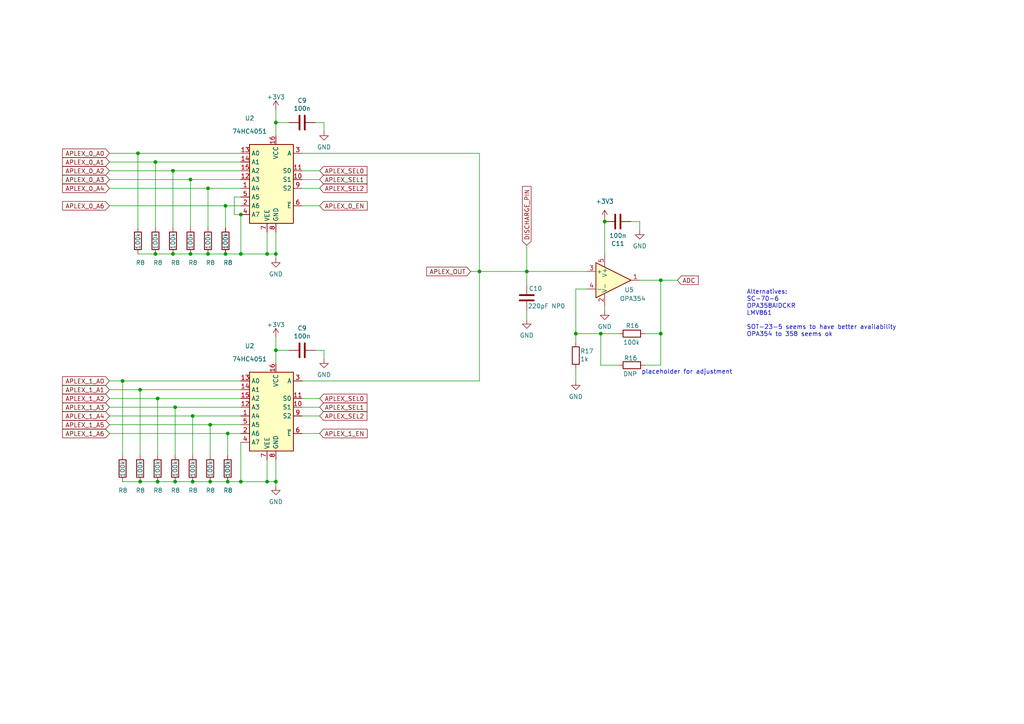
<source format=kicad_sch>
(kicad_sch (version 20230121) (generator eeschema)
  (paper "A4")
  (title_block (title "capybully") (date "2023-07-18") (rev "0.1") (company "sporkus"))
  (lib_symbols
    (symbol "74xx:74HC4051"
      (property "Reference" "U" (at -5.08 11.43 0))
      (property "Value" "74HC4051" (at -7.62 -13.97 0))
      (symbol "74HC4051_0_1"
        (rectangle (start -5.08 10.16) (end 7.62 -12.7) (stroke (width 0.254)) (fill (type background)))
      )
      (symbol "74HC4051_1_1"
        (pin passive line (at 10.16 -2.54 180) (length 2.54) (name "A4") (number "1"))
        (pin input line (at -7.62 0 0) (length 2.54) (name "S1") (number "10"))
        (pin input line (at -7.62 2.54 0) (length 2.54) (name "S0") (number "11"))
        (pin passive line (at 10.16 0 180) (length 2.54) (name "A3") (number "12"))
        (pin passive line (at 10.16 7.62 180) (length 2.54) (name "A0") (number "13"))
        (pin passive line (at 10.16 5.08 180) (length 2.54) (name "A1") (number "14"))
        (pin passive line (at 10.16 2.54 180) (length 2.54) (name "A2") (number "15"))
        (pin power_in line (at 0 12.7 270) (length 2.54) (name "VCC") (number "16"))
        (pin passive line (at 10.16 -7.62 180) (length 2.54) (name "A6") (number "2"))
        (pin passive line (at -7.62 7.62 0) (length 2.54) (name "A") (number "3"))
        (pin passive line (at 10.16 -10.16 180) (length 2.54) (name "A7") (number "4"))
        (pin passive line (at 10.16 -5.08 180) (length 2.54) (name "A5") (number "5"))
        (pin input line (at -7.62 -7.62 0) (length 2.54) (name "~{E}") (number "6"))
        (pin power_in line (at 2.54 -15.24 90) (length 2.54) (name "VEE") (number "7"))
        (pin power_in line (at 0 -15.24 90) (length 2.54) (name "GND") (number "8"))
        (pin input line (at -7.62 -2.54 0) (length 2.54) (name "S2") (number "9"))
      )
    )
    (symbol "Amplifier_Operational:OPA340NA" (pin_names (offset 0.127))
      (property "Reference" "U" (at -1.27 6.35 0))
      (property "Value" "OPA340NA" (at -1.27 3.81 0))
      (symbol "OPA340NA_0_1"
        (polyline (pts (xy -5.08 5.08) (xy 5.08 0) (xy -5.08 -5.08) (xy -5.08 5.08)) (stroke (width 0.254)) (fill (type background)))
        (pin power_in line (at -2.54 -7.62 90) (length 3.81) (name "V-") (number "2"))
        (pin power_in line (at -2.54 7.62 270) (length 3.81) (name "V+") (number "5"))
      )
      (symbol "OPA340NA_1_1"
        (pin output line (at 7.62 0 180) (length 2.54) (name "~") (number "1"))
        (pin input line (at -7.62 2.54 0) (length 2.54) (name "+") (number "3"))
        (pin input line (at -7.62 -2.54 0) (length 2.54) (name "-") (number "4"))
      )
    )
    (symbol "Device:C" (pin_numbers hide) (pin_names (offset 0.254))
      (property "Reference" "C" (at 0.635 2.54 0))
      (property "Value" "C" (at 0.635 -2.54 0))
      (symbol "C_0_1"
        (polyline (pts (xy -2.032 -0.762) (xy 2.032 -0.762)) (stroke (width 0.508)))
        (polyline (pts (xy -2.032 0.762) (xy 2.032 0.762)) (stroke (width 0.508)))
      )
      (symbol "C_1_1"
        (pin passive line (at 0 3.81 270) (length 2.794) (name "~") (number "1"))
        (pin passive line (at 0 -3.81 90) (length 2.794) (name "~") (number "2"))
      )
    )
    (symbol "Device:R" (pin_numbers hide) (pin_names (offset 0))
      (property "Reference" "R" (at 2.032 0 90))
      (property "Value" "R" (at 0 0 90))
      (symbol "R_0_1"
        (rectangle (start -1.016 -2.54) (end 1.016 2.54) (stroke (width 0.254)))
      )
      (symbol "R_1_1"
        (pin passive line (at 0 3.81 270) (length 1.27) (name "~") (number "1"))
        (pin passive line (at 0 -3.81 90) (length 1.27) (name "~") (number "2"))
      )
    )
    (symbol "power:+3.3V" (power) (pin_names (offset 0))
      (property "Value" "+3.3V" (at 0 3.556 0))
      (symbol "+3.3V_0_1"
        (polyline (pts (xy -0.762 1.27) (xy 0 2.54)))
        (polyline (pts (xy 0 0) (xy 0 2.54)))
        (polyline (pts (xy 0 2.54) (xy 0.762 1.27)))
      )
      (symbol "+3.3V_1_1"
        (pin power_in line (at 0 0 90) (length 0) hide (name "+3V3") (number "1"))
      )
    )
    (symbol "power:GND" (power) (pin_names (offset 0))
      (property "Value" "GND" (at 0 -3.81 0))
      (symbol "GND_0_1"
        (polyline (pts (xy 0 0) (xy 0 -1.27) (xy 1.27 -1.27) (xy 0 -2.54) (xy -1.27 -1.27) (xy 0 -1.27)))
      )
      (symbol "GND_1_1"
        (pin power_in line (at 0 0 270) (length 0) hide (name "GND") (number "1"))
      )
    )
  )
  (junction (at 80.01 139.7))
  (junction (at 50.165 73.66))
  (junction (at 152.781 78.74))
  (junction (at 45.72 139.7))
  (junction (at 60.325 73.66))
  (junction (at 191.643 96.774))
  (junction (at 80.01 35.56))
  (junction (at 55.245 52.07))
  (junction (at 65.405 59.69))
  (junction (at 174.244 96.774))
  (junction (at 69.85 62.23))
  (junction (at 80.01 101.6))
  (junction (at 60.96 123.19))
  (junction (at 50.8 118.11))
  (junction (at 69.85 139.7))
  (junction (at 69.85 73.66))
  (junction (at 55.88 139.7))
  (junction (at 45.085 46.99))
  (junction (at 45.085 73.66))
  (junction (at 40.005 44.45))
  (junction (at 77.47 73.66))
  (junction (at 60.325 54.61))
  (junction (at 55.88 120.65))
  (junction (at 50.8 139.7))
  (junction (at 191.643 81.28))
  (junction (at 66.04 125.73))
  (junction (at 55.245 73.66))
  (junction (at 40.64 139.7))
  (junction (at 40.64 113.03))
  (junction (at 50.165 49.53))
  (junction (at 77.47 139.7))
  (junction (at 80.01 73.66))
  (junction (at 35.56 110.49))
  (junction (at 60.96 139.7))
  (junction (at 167.005 96.774))
  (junction (at 139.065 78.74))
  (junction (at 66.04 139.7))
  (junction (at 45.72 115.57))
  (junction (at 65.405 73.66))
  (junction (at 175.387 64.262))
  (wire (pts (xy 69.85 62.23) (xy 69.85 73.66)))
  (wire (pts (xy 31.75 46.99) (xy 45.085 46.99)))
  (wire (pts (xy 167.005 96.774) (xy 167.005 99.314)))
  (wire (pts (xy 183.007 64.262) (xy 185.547 64.262)))
  (wire (pts (xy 55.245 52.07) (xy 55.245 66.04)))
  (wire (pts (xy 152.781 71.12) (xy 152.781 78.74)))
  (wire (pts (xy 45.085 46.99) (xy 69.85 46.99)))
  (wire (pts (xy 152.781 78.74) (xy 152.781 82.55)))
  (wire (pts (xy 77.47 73.66) (xy 80.01 73.66)))
  (wire (pts (xy 60.325 54.61) (xy 69.85 54.61)))
  (wire (pts (xy 92.71 59.69) (xy 87.63 59.69)))
  (wire (pts (xy 67.945 62.23) (xy 69.85 62.23)))
  (wire (pts (xy 65.405 59.69) (xy 65.405 66.04)))
  (wire (pts (xy 93.98 101.6) (xy 93.98 104.14)))
  (wire (pts (xy 174.244 105.918) (xy 174.244 96.774)))
  (wire (pts (xy 87.63 52.07) (xy 92.71 52.07)))
  (wire (pts (xy 77.47 67.31) (xy 77.47 73.66)))
  (wire (pts (xy 174.244 96.774) (xy 179.451 96.774)))
  (wire (pts (xy 50.8 118.11) (xy 50.8 132.08)))
  (wire (pts (xy 77.47 133.35) (xy 77.47 139.7)))
  (wire (pts (xy 55.245 52.07) (xy 69.85 52.07)))
  (wire (pts (xy 187.071 96.774) (xy 191.643 96.774)))
  (wire (pts (xy 45.72 115.57) (xy 45.72 132.08)))
  (wire (pts (xy 31.75 44.45) (xy 40.005 44.45)))
  (wire (pts (xy 31.75 110.49) (xy 35.56 110.49)))
  (wire (pts (xy 91.44 35.56) (xy 93.98 35.56)))
  (wire (pts (xy 60.96 123.19) (xy 60.96 132.08)))
  (wire (pts (xy 87.63 110.49) (xy 139.065 110.49)))
  (wire (pts (xy 66.04 125.73) (xy 69.85 125.73)))
  (wire (pts (xy 60.96 123.19) (xy 69.85 123.19)))
  (wire (pts (xy 87.63 54.61) (xy 92.71 54.61)))
  (wire (pts (xy 152.781 78.74) (xy 170.307 78.74)))
  (wire (pts (xy 31.75 123.19) (xy 60.96 123.19)))
  (wire (pts (xy 191.643 81.28) (xy 196.469 81.28)))
  (wire (pts (xy 69.85 57.15) (xy 67.945 57.15)))
  (wire (pts (xy 31.75 49.53) (xy 50.165 49.53)))
  (wire (pts (xy 87.63 118.11) (xy 92.71 118.11)))
  (wire (pts (xy 31.75 125.73) (xy 66.04 125.73)))
  (wire (pts (xy 152.781 90.17) (xy 152.781 92.71)))
  (wire (pts (xy 65.405 59.69) (xy 69.85 59.69)))
  (wire (pts (xy 80.01 67.31) (xy 80.01 73.66)))
  (wire (pts (xy 31.75 54.61) (xy 60.325 54.61)))
  (wire (pts (xy 67.945 57.15) (xy 67.945 62.23)))
  (wire (pts (xy 55.88 132.08) (xy 55.88 120.65)))
  (wire (pts (xy 139.065 44.45) (xy 139.065 78.74)))
  (wire (pts (xy 80.01 133.35) (xy 80.01 139.7)))
  (wire (pts (xy 80.01 140.97) (xy 80.01 139.7)))
  (wire (pts (xy 40.64 113.03) (xy 40.64 132.08)))
  (wire (pts (xy 185.547 64.262) (xy 185.547 66.802)))
  (wire (pts (xy 191.643 81.28) (xy 191.643 96.774)))
  (wire (pts (xy 66.04 139.7) (xy 69.85 139.7)))
  (wire (pts (xy 80.01 35.56) (xy 80.01 39.37)))
  (wire (pts (xy 92.71 125.73) (xy 87.63 125.73)))
  (wire (pts (xy 55.245 73.66) (xy 60.325 73.66)))
  (wire (pts (xy 91.44 101.6) (xy 93.98 101.6)))
  (wire (pts (xy 55.88 120.65) (xy 69.85 120.65)))
  (wire (pts (xy 167.005 83.82) (xy 170.307 83.82)))
  (wire (pts (xy 50.165 49.53) (xy 69.85 49.53)))
  (wire (pts (xy 45.085 46.99) (xy 45.085 66.04)))
  (wire (pts (xy 80.01 97.79) (xy 80.01 101.6)))
  (wire (pts (xy 50.165 49.53) (xy 50.165 66.04)))
  (wire (pts (xy 50.8 139.7) (xy 55.88 139.7)))
  (wire (pts (xy 93.98 35.56) (xy 93.98 38.1)))
  (wire (pts (xy 45.72 139.7) (xy 50.8 139.7)))
  (wire (pts (xy 167.005 83.82) (xy 167.005 96.774)))
  (wire (pts (xy 69.85 139.7) (xy 77.47 139.7)))
  (wire (pts (xy 87.63 120.65) (xy 92.71 120.65)))
  (wire (pts (xy 31.75 118.11) (xy 50.8 118.11)))
  (wire (pts (xy 191.643 81.28) (xy 185.547 81.28)))
  (wire (pts (xy 77.47 139.7) (xy 80.01 139.7)))
  (wire (pts (xy 175.387 64.262) (xy 175.387 73.66)))
  (wire (pts (xy 40.005 44.45) (xy 69.85 44.45)))
  (wire (pts (xy 31.75 115.57) (xy 45.72 115.57)))
  (wire (pts (xy 35.56 110.49) (xy 69.85 110.49)))
  (wire (pts (xy 83.82 101.6) (xy 80.01 101.6)))
  (wire (pts (xy 139.065 78.74) (xy 139.065 110.49)))
  (wire (pts (xy 40.64 139.7) (xy 45.72 139.7)))
  (wire (pts (xy 55.88 139.7) (xy 60.96 139.7)))
  (wire (pts (xy 66.04 132.08) (xy 66.04 125.73)))
  (wire (pts (xy 80.01 74.93) (xy 80.01 73.66)))
  (wire (pts (xy 31.75 59.69) (xy 65.405 59.69)))
  (wire (pts (xy 69.85 73.66) (xy 77.47 73.66)))
  (wire (pts (xy 139.065 78.74) (xy 152.781 78.74)))
  (wire (pts (xy 80.01 31.75) (xy 80.01 35.56)))
  (wire (pts (xy 69.85 128.27) (xy 69.85 139.7)))
  (wire (pts (xy 167.005 96.774) (xy 174.244 96.774)))
  (wire (pts (xy 87.63 49.53) (xy 92.71 49.53)))
  (wire (pts (xy 60.96 139.7) (xy 66.04 139.7)))
  (wire (pts (xy 50.8 118.11) (xy 69.85 118.11)))
  (wire (pts (xy 60.325 73.66) (xy 65.405 73.66)))
  (wire (pts (xy 35.56 110.49) (xy 35.56 132.08)))
  (wire (pts (xy 31.75 113.03) (xy 40.64 113.03)))
  (wire (pts (xy 65.405 73.66) (xy 69.85 73.66)))
  (wire (pts (xy 31.75 52.07) (xy 55.245 52.07)))
  (wire (pts (xy 60.325 66.04) (xy 60.325 54.61)))
  (wire (pts (xy 45.72 115.57) (xy 69.85 115.57)))
  (wire (pts (xy 40.64 113.03) (xy 69.85 113.03)))
  (wire (pts (xy 80.01 101.6) (xy 80.01 105.41)))
  (wire (pts (xy 187.071 105.918) (xy 191.643 105.918)))
  (wire (pts (xy 31.75 120.65) (xy 55.88 120.65)))
  (wire (pts (xy 87.63 115.57) (xy 92.71 115.57)))
  (wire (pts (xy 87.63 44.45) (xy 139.065 44.45)))
  (wire (pts (xy 40.005 44.45) (xy 40.005 66.04)))
  (wire (pts (xy 175.387 88.9) (xy 175.387 90.17)))
  (wire (pts (xy 175.387 63.5) (xy 175.387 64.262)))
  (wire (pts (xy 35.56 139.7) (xy 40.64 139.7)))
  (wire (pts (xy 174.244 105.918) (xy 179.451 105.918)))
  (wire (pts (xy 50.165 73.66) (xy 55.245 73.66)))
  (wire (pts (xy 136.525 78.74) (xy 139.065 78.74)))
  (wire (pts (xy 83.82 35.56) (xy 80.01 35.56)))
  (wire (pts (xy 45.085 73.66) (xy 50.165 73.66)))
  (wire (pts (xy 167.005 106.934) (xy 167.005 110.49)))
  (wire (pts (xy 191.643 105.918) (xy 191.643 96.774)))
  (wire (pts (xy 40.005 73.66) (xy 45.085 73.66)))
  (text "placeholder for adjustment" (at 186.055 108.712 0) (effects (font (size 1.27 1.27)) (justify left bottom)))
  (text "Alternatives:\nSC-70-6  \nOPA358AIDCKR\nLMV861\n\nSOT-23-5 seems to have better availability\nOPA354 to 358 seems ok\n" (at 216.535 97.79 0) (effects (font (size 1.27 1.27)) (justify left bottom)))
  (global_label "APLEX_SEL1" (shape input) (at 92.71 118.11 0) (property "Intersheetrefs" "${INTERSHEET_REFS}" (effects hide)))
  (global_label "APLEX_0_A1" (shape input) (at 31.75 46.99 180) (property "Intersheetrefs" "${INTERSHEET_REFS}" (effects hide)))
  (global_label "APLEX_1_A6" (shape input) (at 31.75 125.73 180) (property "Intersheetrefs" "${INTERSHEET_REFS}" (effects hide)))
  (global_label "APLEX_0_A3" (shape input) (at 31.75 52.07 180) (property "Intersheetrefs" "${INTERSHEET_REFS}" (effects hide)))
  (global_label "APLEX_0_A6" (shape input) (at 31.75 59.69 180) (property "Intersheetrefs" "${INTERSHEET_REFS}" (effects hide)))
  (global_label "APLEX_1_A4" (shape input) (at 31.75 120.65 180) (property "Intersheetrefs" "${INTERSHEET_REFS}" (effects hide)))
  (global_label "APLEX_1_EN" (shape input) (at 92.71 125.73 0) (property "Intersheetrefs" "${INTERSHEET_REFS}" (effects hide)))
  (global_label "APLEX_SEL1" (shape input) (at 92.71 52.07 0) (property "Intersheetrefs" "${INTERSHEET_REFS}" (effects hide)))
  (global_label "APLEX_SEL2" (shape input) (at 92.71 54.61 0) (property "Intersheetrefs" "${INTERSHEET_REFS}" (effects hide)))
  (global_label "APLEX_SEL2" (shape input) (at 92.71 120.65 0) (property "Intersheetrefs" "${INTERSHEET_REFS}" (effects hide)))
  (global_label "APLEX_1_A2" (shape input) (at 31.75 115.57 180) (property "Intersheetrefs" "${INTERSHEET_REFS}" (effects hide)))
  (global_label "APLEX_0_EN" (shape input) (at 92.71 59.69 0) (property "Intersheetrefs" "${INTERSHEET_REFS}" (effects hide)))
  (global_label "DISCHARGE_PIN" (shape input) (at 152.781 71.12 90) (property "Intersheetrefs" "${INTERSHEET_REFS}" (effects hide)))
  (global_label "APLEX_0_A2" (shape input) (at 31.75 49.53 180) (property "Intersheetrefs" "${INTERSHEET_REFS}" (effects hide)))
  (global_label "ADC" (shape input) (at 196.469 81.28 0) (property "Intersheetrefs" "${INTERSHEET_REFS}" (effects hide)))
  (global_label "APLEX_1_A1" (shape input) (at 31.75 113.03 180) (property "Intersheetrefs" "${INTERSHEET_REFS}" (effects hide)))
  (global_label "APLEX_0_A4" (shape input) (at 31.75 54.61 180) (property "Intersheetrefs" "${INTERSHEET_REFS}" (effects hide)))
  (global_label "APLEX_1_A0" (shape input) (at 31.75 110.49 180) (property "Intersheetrefs" "${INTERSHEET_REFS}" (effects hide)))
  (global_label "APLEX_1_A5" (shape input) (at 31.75 123.19 180) (property "Intersheetrefs" "${INTERSHEET_REFS}" (effects hide)))
  (global_label "APLEX_1_A3" (shape input) (at 31.75 118.11 180) (property "Intersheetrefs" "${INTERSHEET_REFS}" (effects hide)))
  (global_label "APLEX_SEL0" (shape input) (at 92.71 49.53 0) (property "Intersheetrefs" "${INTERSHEET_REFS}" (effects hide)))
  (global_label "APLEX_OUT" (shape input) (at 136.525 78.74 180) (property "Intersheetrefs" "${INTERSHEET_REFS}" (effects hide)))
  (global_label "APLEX_SEL0" (shape input) (at 92.71 115.57 0) (property "Intersheetrefs" "${INTERSHEET_REFS}" (effects hide)))
  (global_label "APLEX_0_A0" (shape input) (at 31.75 44.45 180) (property "Intersheetrefs" "${INTERSHEET_REFS}" (effects hide)))
  (symbol (lib_id "Device:R") (at 66.04 135.89 0) (unit 1)
    (property "Reference" "R8" (at 64.77 142.24 0) (effects (justify left)))
    (property "Value" "100k" (at 66.04 138.43 90) (effects (justify left)))
    (property "Footprint" "Resistor_SMD:R_0402_1005Metric" (effects hide))
    (property "LCSC" "C25741" (effects hide))
    (instances (project "analog" (path "" (reference "R8") (unit 1))) (project "capybully" (path "" (reference "R14") (unit 1))) (project "le_capybara" (path "" (reference "R7") (unit 1))) (project "EC60-Rev_1_1" (path "" (reference "R8") (unit 1))))
  )
  (symbol (lib_id "Device:R") (at 50.165 69.85 0) (unit 1)
    (property "Reference" "R8" (at 49.53 76.2 0) (effects (justify left)))
    (property "Value" "100k" (at 50.165 72.39 90) (effects (justify left)))
    (property "Footprint" "Resistor_SMD:R_0402_1005Metric" (effects hide))
    (property "LCSC" "C25741" (effects hide))
    (instances (project "analog" (path "" (reference "R8") (unit 1))) (project "capybully" (path "" (reference "R4") (unit 1))) (project "le_capybara" (path "" (reference "R7") (unit 1))) (project "EC60-Rev_1_1" (path "" (reference "R8") (unit 1))))
  )
  (symbol (lib_id "Device:R") (at 55.88 135.89 0) (unit 1)
    (property "Reference" "R8" (at 54.61 142.24 0) (effects (justify left)))
    (property "Value" "100k" (at 55.88 138.43 90) (effects (justify left)))
    (property "Footprint" "Resistor_SMD:R_0402_1005Metric" (effects hide))
    (property "LCSC" "C25741" (effects hide))
    (instances (project "analog" (path "" (reference "R8") (unit 1))) (project "capybully" (path "" (reference "R12") (unit 1))) (project "le_capybara" (path "" (reference "R7") (unit 1))) (project "EC60-Rev_1_1" (path "" (reference "R8") (unit 1))))
  )
  (symbol (lib_id "Device:C") (at 179.197 64.262 270) (mirror x) (unit 1)
    (property "Reference" "C11" (at 179.197 70.6628 90))
    (property "Value" "100n" (at 179.197 68.3514 90))
    (property "Footprint" "Capacitor_SMD:C_0402_1005Metric" (effects hide))
    (property "LCSC" "C307331" (effects hide))
    (instances (project "analog" (path "" (reference "C11") (unit 1))) (project "capybully" (path "" (reference "C12") (unit 1))) (project "le_capybara" (path "" (reference "C15") (unit 1))) (project "EC60-Rev_1_1" (path "" (reference "C11") (unit 1))))
  )
  (symbol (lib_id "power:GND") (at 93.98 38.1 0) (unit 1)
    (property "Reference" "#PWR034" (effects hide))
    (property "Value" "GND" (at 93.98 42.6625 0))
    (instances (project "analog" (path "" (reference "#PWR034") (unit 1))) (project "capybully" (path "" (reference "#PWR09") (unit 1))) (project "le_capybara" (path "" (reference "#PWR020") (unit 1))) (project "EC60-Rev_1_1" (path "" (reference "#PWR034") (unit 1))))
  )
  (symbol (lib_id "Device:R") (at 50.8 135.89 0) (unit 1)
    (property "Reference" "R8" (at 49.53 142.24 0) (effects (justify left)))
    (property "Value" "100k" (at 50.8 138.43 90) (effects (justify left)))
    (property "Footprint" "Resistor_SMD:R_0402_1005Metric" (effects hide))
    (property "LCSC" "C25741" (effects hide))
    (instances (project "analog" (path "" (reference "R8") (unit 1))) (project "capybully" (path "" (reference "R11") (unit 1))) (project "le_capybara" (path "" (reference "R7") (unit 1))) (project "EC60-Rev_1_1" (path "" (reference "R8") (unit 1))))
  )
  (symbol (lib_id "Device:C") (at 152.781 86.36 0) (unit 1)
    (property "Reference" "C10" (at 155.321 83.693 0))
    (property "Value" "220pF NP0" (at 158.496 88.773 0))
    (property "Footprint" "Capacitor_SMD:C_0402_1005Metric" (effects hide))
    (property "LCSC" "C1530" (effects hide))
    (instances (project "analog" (path "" (reference "C10") (unit 1))) (project "capybully" (path "" (reference "C13") (unit 1))) (project "le_capybara" (path "" (reference "C14") (unit 1))) (project "EC60-Rev_1_1" (path "" (reference "C10") (unit 1))))
  )
  (symbol (lib_id "Device:R") (at 55.245 69.85 0) (unit 1)
    (property "Reference" "R8" (at 54.61 76.2 0) (effects (justify left)))
    (property "Value" "100k" (at 55.245 72.39 90) (effects (justify left)))
    (property "Footprint" "Resistor_SMD:R_0402_1005Metric" (effects hide))
    (property "LCSC" "C25741" (effects hide))
    (instances (project "analog" (path "" (reference "R8") (unit 1))) (project "capybully" (path "" (reference "R5") (unit 1))) (project "le_capybara" (path "" (reference "R7") (unit 1))) (project "EC60-Rev_1_1" (path "" (reference "R8") (unit 1))))
  )
  (symbol (lib_id "Device:R") (at 60.325 69.85 0) (unit 1)
    (property "Reference" "R8" (at 59.69 76.2 0) (effects (justify left)))
    (property "Value" "100k" (at 60.325 72.39 90) (effects (justify left)))
    (property "Footprint" "Resistor_SMD:R_0402_1005Metric" (effects hide))
    (property "LCSC" "C25741" (effects hide))
    (instances (project "analog" (path "" (reference "R8") (unit 1))) (project "capybully" (path "" (reference "R6") (unit 1))) (project "le_capybara" (path "" (reference "R7") (unit 1))) (project "EC60-Rev_1_1" (path "" (reference "R8") (unit 1))))
  )
  (symbol (lib_id "Device:R") (at 65.405 69.85 0) (unit 1)
    (property "Reference" "R8" (at 64.77 76.2 0) (effects (justify left)))
    (property "Value" "100k" (at 65.405 72.39 90) (effects (justify left)))
    (property "Footprint" "Resistor_SMD:R_0402_1005Metric" (effects hide))
    (property "LCSC" "C25741" (effects hide))
    (instances (project "analog" (path "" (reference "R8") (unit 1))) (project "capybully" (path "" (reference "R7") (unit 1))) (project "le_capybara" (path "" (reference "R7") (unit 1))) (project "EC60-Rev_1_1" (path "" (reference "R8") (unit 1))))
  )
  (symbol (lib_id "power:GND") (at 152.781 92.71 0) (unit 1)
    (property "Reference" "#PWR037" (effects hide))
    (property "Value" "GND" (at 152.781 97.2725 0))
    (instances (project "analog" (path "" (reference "#PWR037") (unit 1))) (project "capybully" (path "" (reference "#PWR020") (unit 1))) (project "le_capybara" (path "" (reference "#PWR029") (unit 1))) (project "EC60-Rev_1_1" (path "" (reference "#PWR037") (unit 1))))
  )
  (symbol (lib_id "74xx:74HC4051") (at 80.01 118.11 0) (mirror y) (unit 1)
    (property "Reference" "U2" (at 72.39 100.33 0))
    (property "Value" "74HC4051" (at 72.39 104.14 0))
    (property "Footprint" "Package_SO:TSSOP-16_4.4x5mm_P0.65mm" (effects hide))
    (property "Datasheet" "http://www.ti.com/lit/ds/symlink/cd74hc4051.pdf" (effects hide))
    (property "LCSC" "C5645" (effects hide))
    (property "JlcRotOffset" "270" (effects hide))
    (instances (project "analog" (path "" (reference "U2") (unit 1))) (project "capybully" (path "" (reference "U3") (unit 1))) (project "le_capybara" (path "" (reference "U4") (unit 1))) (project "EC60-Rev_1_1" (path "" (reference "U2") (unit 1))))
  )
  (symbol (lib_id "power:GND") (at 93.98 104.14 0) (unit 1)
    (property "Reference" "#PWR034" (effects hide))
    (property "Value" "GND" (at 93.98 108.7025 0))
    (instances (project "analog" (path "" (reference "#PWR034") (unit 1))) (project "capybully" (path "" (reference "#PWR013") (unit 1))) (project "le_capybara" (path "" (reference "#PWR020") (unit 1))) (project "EC60-Rev_1_1" (path "" (reference "#PWR034") (unit 1))))
  )
  (symbol (lib_id "Device:R") (at 183.261 96.774 270) (unit 1)
    (property "Reference" "R16" (at 181.483 94.488 90) (effects (justify left)))
    (property "Value" "100k" (at 180.721 99.314 90) (effects (justify left)))
    (property "Footprint" "Resistor_SMD:R_0402_1005Metric" (effects hide))
    (property "LCSC" "C25741" (effects hide))
    (instances (project "analog" (path "" (reference "R16") (unit 1))) (project "capybully" (path "" (reference "R15") (unit 1))) (project "le_capybara" (path "" (reference "R6") (unit 1))) (project "EC60-Rev_1_1" (path "" (reference "R16") (unit 1))))
  )
  (symbol (lib_id "power:+3.3V") (at 175.387 63.5 0) (unit 1)
    (property "Reference" "#PWR042" (effects hide))
    (property "Value" "+3.3V" (at 175.387 58.42 0))
    (instances (project "analog" (path "" (reference "#PWR042") (unit 1))) (project "capybully" (path "" (reference "#PWR017") (unit 1))) (project "le_capybara" (path "" (reference "#PWR033") (unit 1))) (project "EC60-Rev_1_1" (path "" (reference "#PWR042") (unit 1))))
  )
  (symbol (lib_id "Device:R") (at 35.56 135.89 0) (unit 1)
    (property "Reference" "R8" (at 34.29 142.24 0) (effects (justify left)))
    (property "Value" "100k" (at 35.56 138.43 90) (effects (justify left)))
    (property "Footprint" "Resistor_SMD:R_0402_1005Metric" (effects hide))
    (property "LCSC" "C25741" (effects hide))
    (instances (project "analog" (path "" (reference "R8") (unit 1))) (project "capybully" (path "" (reference "R8") (unit 1))) (project "le_capybara" (path "" (reference "R7") (unit 1))) (project "EC60-Rev_1_1" (path "" (reference "R8") (unit 1))))
  )
  (symbol (lib_id "power:GND") (at 80.01 140.97 0) (unit 1)
    (property "Reference" "#PWR036" (effects hide))
    (property "Value" "GND" (at 80.01 145.5325 0))
    (instances (project "analog" (path "" (reference "#PWR036") (unit 1))) (project "capybully" (path "" (reference "#PWR014") (unit 1))) (project "le_capybara" (path "" (reference "#PWR031") (unit 1))) (project "EC60-Rev_1_1" (path "" (reference "#PWR036") (unit 1))))
  )
  (symbol (lib_id "Device:R") (at 45.085 69.85 0) (unit 1)
    (property "Reference" "R8" (at 44.45 76.2 0) (effects (justify left)))
    (property "Value" "100k" (at 45.085 72.39 90) (effects (justify left)))
    (property "Footprint" "Resistor_SMD:R_0402_1005Metric" (effects hide))
    (property "LCSC" "C25741" (effects hide))
    (instances (project "analog" (path "" (reference "R8") (unit 1))) (project "capybully" (path "" (reference "R2") (unit 1))) (project "le_capybara" (path "" (reference "R7") (unit 1))) (project "EC60-Rev_1_1" (path "" (reference "R8") (unit 1))))
  )
  (symbol (lib_id "Device:R") (at 45.72 135.89 0) (unit 1)
    (property "Reference" "R8" (at 44.45 142.24 0) (effects (justify left)))
    (property "Value" "100k" (at 45.72 138.43 90) (effects (justify left)))
    (property "Footprint" "Resistor_SMD:R_0402_1005Metric" (effects hide))
    (property "LCSC" "C25741" (effects hide))
    (instances (project "analog" (path "" (reference "R8") (unit 1))) (project "capybully" (path "" (reference "R10") (unit 1))) (project "le_capybara" (path "" (reference "R7") (unit 1))) (project "EC60-Rev_1_1" (path "" (reference "R8") (unit 1))))
  )
  (symbol (lib_id "power:GND") (at 80.01 74.93 0) (unit 1)
    (property "Reference" "#PWR036" (effects hide))
    (property "Value" "GND" (at 80.01 79.4925 0))
    (instances (project "analog" (path "" (reference "#PWR036") (unit 1))) (project "capybully" (path "" (reference "#PWR010") (unit 1))) (project "le_capybara" (path "" (reference "#PWR031") (unit 1))) (project "EC60-Rev_1_1" (path "" (reference "#PWR036") (unit 1))))
  )
  (symbol (lib_id "power:+3.3V") (at 80.01 97.79 0) (unit 1)
    (property "Reference" "#PWR033" (effects hide))
    (property "Value" "+3.3V" (at 80.01 94.1855 0))
    (instances (project "analog" (path "" (reference "#PWR033") (unit 1))) (project "capybully" (path "" (reference "#PWR011") (unit 1))) (project "le_capybara" (path "" (reference "#PWR019") (unit 1))) (project "EC60-Rev_1_1" (path "" (reference "#PWR033") (unit 1))))
  )
  (symbol (lib_id "power:GND") (at 175.387 90.17 0) (unit 1)
    (property "Reference" "#PWR041" (effects hide))
    (property "Value" "GND" (at 175.387 94.7325 0))
    (instances (project "analog" (path "" (reference "#PWR041") (unit 1))) (project "capybully" (path "" (reference "#PWR019") (unit 1))) (project "le_capybara" (path "" (reference "#PWR028") (unit 1))) (project "EC60-Rev_1_1" (path "" (reference "#PWR041") (unit 1))))
  )
  (symbol (lib_id "Device:R") (at 60.96 135.89 0) (unit 1)
    (property "Reference" "R8" (at 59.69 142.24 0) (effects (justify left)))
    (property "Value" "100k" (at 60.96 138.43 90) (effects (justify left)))
    (property "Footprint" "Resistor_SMD:R_0402_1005Metric" (effects hide))
    (property "LCSC" "C25741" (effects hide))
    (instances (project "analog" (path "" (reference "R8") (unit 1))) (project "capybully" (path "" (reference "R13") (unit 1))) (project "le_capybara" (path "" (reference "R7") (unit 1))) (project "EC60-Rev_1_1" (path "" (reference "R8") (unit 1))))
  )
  (symbol (lib_id "Device:C") (at 87.63 35.56 270) (unit 1)
    (property "Reference" "C9" (at 87.63 29.1592 90))
    (property "Value" "100n" (at 87.63 31.4706 90))
    (property "Footprint" "Capacitor_SMD:C_0402_1005Metric" (effects hide))
    (property "LCSC" "C307331" (effects hide))
    (instances (project "analog" (path "" (reference "C9") (unit 1))) (project "capybully" (path "" (reference "C9") (unit 1))) (project "le_capybara" (path "" (reference "C13") (unit 1))) (project "EC60-Rev_1_1" (path "" (reference "C9") (unit 1))))
  )
  (symbol (lib_id "Device:C") (at 87.63 101.6 270) (unit 1)
    (property "Reference" "C9" (at 87.63 95.1992 90))
    (property "Value" "100n" (at 87.63 97.5106 90))
    (property "Footprint" "Capacitor_SMD:C_0402_1005Metric" (effects hide))
    (property "LCSC" "C307331" (effects hide))
    (instances (project "analog" (path "" (reference "C9") (unit 1))) (project "capybully" (path "" (reference "C11") (unit 1))) (project "le_capybara" (path "" (reference "C13") (unit 1))) (project "EC60-Rev_1_1" (path "" (reference "C9") (unit 1))))
  )
  (symbol (lib_id "power:GND") (at 167.005 110.49 0) (unit 1)
    (property "Reference" "#PWR041" (effects hide))
    (property "Value" "GND" (at 167.005 115.0525 0))
    (instances (project "analog" (path "" (reference "#PWR041") (unit 1))) (project "capybully" (path "" (reference "#PWR023") (unit 1))) (project "le_capybara" (path "" (reference "#PWR032") (unit 1))) (project "EC60-Rev_1_1" (path "" (reference "#PWR041") (unit 1))))
  )
  (symbol (lib_id "Device:R") (at 40.005 69.85 0) (unit 1)
    (property "Reference" "R8" (at 39.37 76.2 0) (effects (justify left)))
    (property "Value" "100k" (at 40.005 72.39 90) (effects (justify left)))
    (property "Footprint" "Resistor_SMD:R_0402_1005Metric" (effects hide))
    (property "LCSC" "C25741" (effects hide))
    (instances (project "analog" (path "" (reference "R8") (unit 1))) (project "capybully" (path "" (reference "R1") (unit 1))) (project "le_capybara" (path "" (reference "R7") (unit 1))) (project "EC60-Rev_1_1" (path "" (reference "R8") (unit 1))))
  )
  (symbol (lib_id "Device:R") (at 183.261 105.918 270) (unit 1) (in_bom no)
    (property "Reference" "R16" (at 180.975 103.886 90) (effects (justify left)))
    (property "Value" "DNP" (at 180.721 108.458 90) (effects (justify left)))
    (property "Footprint" "Resistor_SMD:R_0402_1005Metric" (effects hide))
    (instances (project "analog" (path "" (reference "R16") (unit 1))) (project "capybully" (path "" (reference "R17") (unit 1))) (project "le_capybara" (path "" (reference "R18") (unit 1))) (project "EC60-Rev_1_1" (path "" (reference "R16") (unit 1))))
  )
  (symbol (lib_id "power:GND") (at 185.547 66.802 0) (unit 1)
    (property "Reference" "#PWR039" (effects hide))
    (property "Value" "GND" (at 185.547 71.3645 0))
    (instances (project "analog" (path "" (reference "#PWR039") (unit 1))) (project "capybully" (path "" (reference "#PWR018") (unit 1))) (project "le_capybara" (path "" (reference "#PWR030") (unit 1))) (project "EC60-Rev_1_1" (path "" (reference "#PWR039") (unit 1))))
  )
  (symbol (lib_id "Amplifier_Operational:OPA340NA") (at 177.927 81.28 0) (unit 1)
    (property "Reference" "U5" (at 182.499 84.074 0))
    (property "Value" "OPA354" (at 183.515 86.614 0))
    (property "Footprint" "Package_TO_SOT_SMD:SOT-23-5" (effects hide))
    (property "Datasheet" "https://www.ti.com/general/docs/suppproductinfo.tsp?distId=10&gotoUrl=https%3A%2F%2Fwww.ti.com%2Flit%2Fgpn%2Fopa356" (effects hide))
  )
  (symbol (lib_id "74xx:74HC4051") (at 80.01 52.07 0) (mirror y) (unit 1)
    (property "Reference" "U2" (at 72.39 34.29 0))
    (property "Value" "74HC4051" (at 72.39 38.1 0))
    (property "Footprint" "Package_SO:TSSOP-16_4.4x5mm_P0.65mm" (effects hide))
    (property "Datasheet" "http://www.ti.com/lit/ds/symlink/cd74hc4051.pdf" (effects hide))
    (property "LCSC" "C5645" (effects hide))
    (property "JlcRotOffset" "270" (effects hide))
    (instances (project "analog" (path "" (reference "U2") (unit 1))) (project "capybully" (path "" (reference "U2") (unit 1))) (project "le_capybara" (path "" (reference "U4") (unit 1))) (project "EC60-Rev_1_1" (path "" (reference "U2") (unit 1))))
  )
  (symbol (lib_id "Device:R") (at 167.005 103.124 0) (unit 1)
    (property "Reference" "R17" (at 168.275 101.854 0) (effects (justify left)))
    (property "Value" "1k" (at 168.275 104.1654 0) (effects (justify left)))
    (property "Footprint" "Resistor_SMD:R_0402_1005Metric" (effects hide))
    (property "LCSC" "C11702" (effects hide))
    (instances (project "analog" (path "" (reference "R17") (unit 1))) (project "capybully" (path "" (reference "R16") (unit 1))) (project "le_capybara" (path "" (reference "R15") (unit 1))) (project "EC60-Rev_1_1" (path "" (reference "R17") (unit 1))))
  )
  (symbol (lib_id "power:+3.3V") (at 80.01 31.75 0) (unit 1)
    (property "Reference" "#PWR033" (effects hide))
    (property "Value" "+3.3V" (at 80.01 28.1455 0))
    (instances (project "analog" (path "" (reference "#PWR033") (unit 1))) (project "capybully" (path "" (reference "#PWR05") (unit 1))) (project "le_capybara" (path "" (reference "#PWR019") (unit 1))) (project "EC60-Rev_1_1" (path "" (reference "#PWR033") (unit 1))))
  )
  (symbol (lib_id "Device:R") (at 40.64 135.89 0) (unit 1)
    (property "Reference" "R8" (at 39.37 142.24 0) (effects (justify left)))
    (property "Value" "100k" (at 40.64 138.43 90) (effects (justify left)))
    (property "Footprint" "Resistor_SMD:R_0402_1005Metric" (effects hide))
    (property "LCSC" "C25741" (effects hide))
    (instances (project "analog" (path "" (reference "R8") (unit 1))) (project "capybully" (path "" (reference "R9") (unit 1))) (project "le_capybara" (path "" (reference "R7") (unit 1))) (project "EC60-Rev_1_1" (path "" (reference "R8") (unit 1))))
  )
)
</source>
